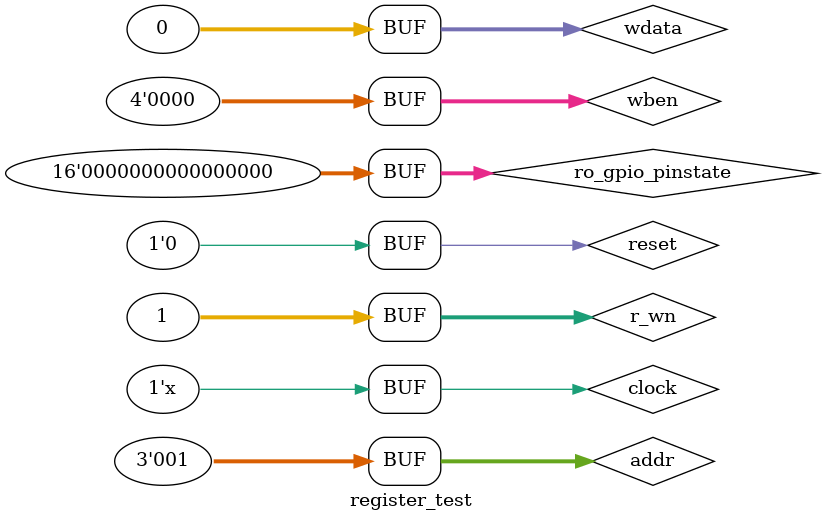
<source format=v>
`timescale 1ns / 1ps


module register_test();

    //Inputs
    reg clock, reset;
    reg [4:2] addr;
    reg [3:0] wben;
    reg [31:0] r_wn, wdata;
    reg [15:0] ro_gpio_pinstate;

    //Outputs
    wire [31:0] rdata;
    wire [15:0] rf_gpio_tristate, rf_gpio_datareg, rf_gpio_interrupt_mask;
    
    register uut(
        .clock(clock),
        .reset(reset),
        .addr(addr),
        .wben(wben),
        .r_wn(r_wn),
        .wdata(wdata),
        .ro_gpio_pinstate(ro_gpio_pinstate),
        .rdata(rdata),
        .rf_gpio_tristate(rf_gpio_tristate),
        .rf_gpio_datareg(rf_gpio_datareg),
        .rf_gpio_interrupt_mask(rf_gpio_interrupt_mask)
        );

    initial
    begin
        clock = 0;
        reset = 1;
        addr = 0;
        wben = 0;
        r_wn = 1;
        wdata = 0;
        ro_gpio_pinstate = 0;

        #50
        reset = 0;

        #100 //First Event
        addr = 3'b000;

        #100 //Second Event
        addr = 3'b001;

    end

    always
        #5 clock = ! clock;

endmodule


</source>
